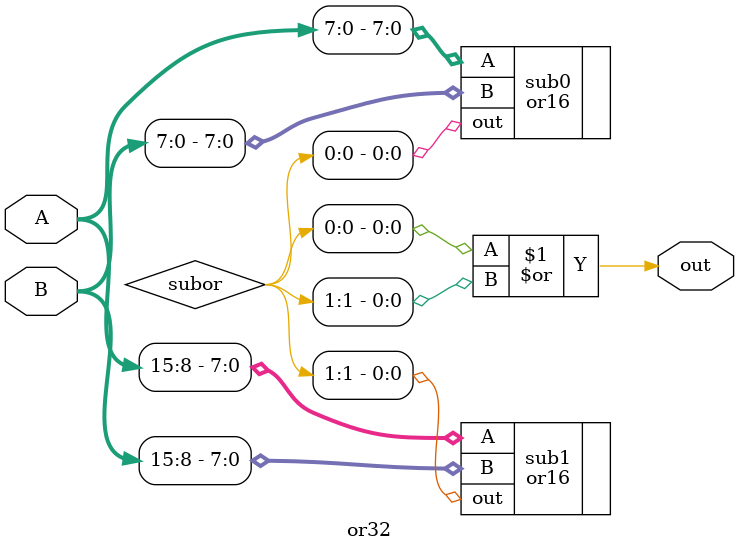
<source format=v>
module or32 (A, B, out);
    
    input [15:0] A;
    input [15:0] B;
    
    output out;
    
    wire [1:0] subor;
    
    or16 sub0 (.A(A[7:0]), .B(B[7:0]), .out(subor[0]));
    or16 sub1 (.A(A[15:8]), .B(B[15:8]), .out(subor[1]));
    
    assign out = subor[0] | subor[1];
    
endmodule

</source>
